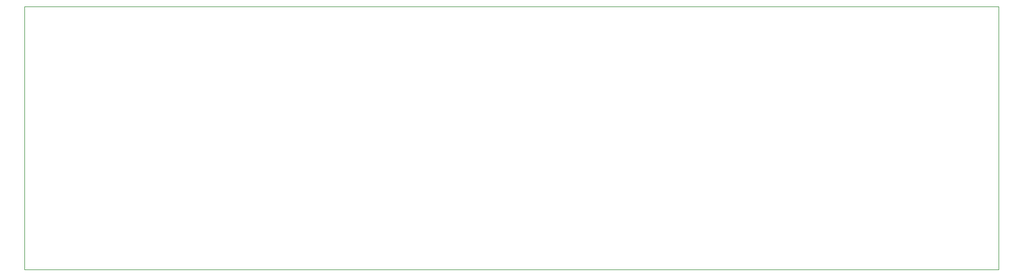
<source format=gbr>
%TF.GenerationSoftware,KiCad,Pcbnew,(5.1.9)-1*%
%TF.CreationDate,2021-09-28T20:53:43+01:00*%
%TF.ProjectId,cessna_switch_radio,63657373-6e61-45f7-9377-697463685f72,rev?*%
%TF.SameCoordinates,Original*%
%TF.FileFunction,Profile,NP*%
%FSLAX46Y46*%
G04 Gerber Fmt 4.6, Leading zero omitted, Abs format (unit mm)*
G04 Created by KiCad (PCBNEW (5.1.9)-1) date 2021-09-28 20:53:43*
%MOMM*%
%LPD*%
G01*
G04 APERTURE LIST*
%TA.AperFunction,Profile*%
%ADD10C,0.050000*%
%TD*%
G04 APERTURE END LIST*
D10*
X29210000Y-65130000D02*
X29210000Y-24130000D01*
X181210000Y-65130000D02*
X29210000Y-65130000D01*
X181210000Y-24130000D02*
X181210000Y-65130000D01*
X29210000Y-24130000D02*
X181210000Y-24130000D01*
M02*

</source>
